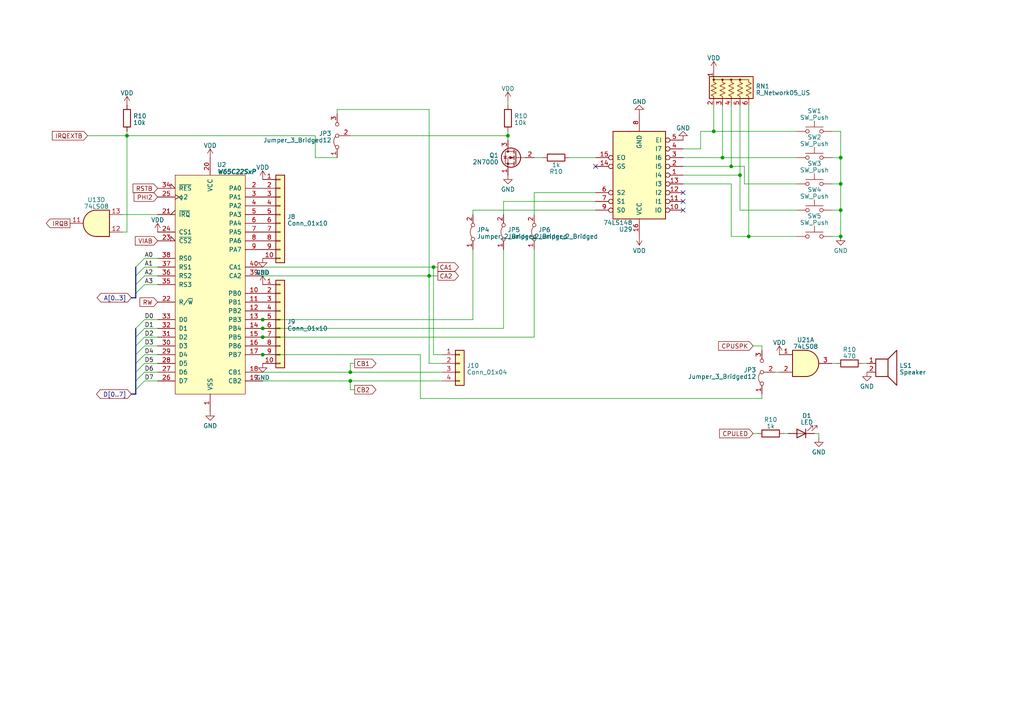
<source format=kicad_sch>
(kicad_sch (version 20230121) (generator eeschema)
  (paper "A4")
  (lib_symbols
    (symbol "65xx library:W65C22SxP" (pin_names (offset 1.016))
      (property "Reference" "U" (at -10.16 33.02 0))
      (property "Value" "W65C22SxP" (at 0 0 90))
      (symbol "W65C22SxP_0_1"
        (rectangle (start -10.16 31.75) (end 10.16 -31.75) (fill (type background)))
      )
      (symbol "W65C22SxP_1_1"
        (pin power_in line (at 0 -36.83 90) (length 5.08) (name "VSS") (number "1"))
        (pin bidirectional line (at 15.24 -2.54 180) (length 5.08) (name "PB0") (number "10"))
        (pin bidirectional line (at 15.24 -5.08 180) (length 5.08) (name "PB1") (number "11"))
        (pin bidirectional line (at 15.24 -7.62 180) (length 5.08) (name "PB2") (number "12"))
        (pin bidirectional line (at 15.24 -10.16 180) (length 5.08) (name "PB3") (number "13"))
        (pin bidirectional line (at 15.24 -12.7 180) (length 5.08) (name "PB4") (number "14"))
        (pin bidirectional line (at 15.24 -15.24 180) (length 5.08) (name "PB5") (number "15"))
        (pin bidirectional line (at 15.24 -17.78 180) (length 5.08) (name "PB6") (number "16"))
        (pin bidirectional line (at 15.24 -20.32 180) (length 5.08) (name "PB7") (number "17"))
        (pin input line (at 15.24 -25.4 180) (length 5.08) (name "CB1") (number "18"))
        (pin bidirectional line (at 15.24 -27.94 180) (length 5.08) (name "CB2") (number "19"))
        (pin bidirectional line (at 15.24 27.94 180) (length 5.08) (name "PA0") (number "2"))
        (pin power_in line (at 0 36.83 270) (length 5.08) (name "VCC") (number "20"))
        (pin output output_low (at -15.24 20.32 0) (length 5.08) (name "~{IRQ}") (number "21"))
        (pin input line (at -15.24 -5.08 0) (length 5.08) (name "R/~{W}") (number "22"))
        (pin input input_low (at -15.24 12.7 0) (length 5.08) (name "~{CS2}") (number "23"))
        (pin input line (at -15.24 15.24 0) (length 5.08) (name "CS1") (number "24"))
        (pin input clock (at -15.24 25.4 0) (length 5.08) (name "ϕ2") (number "25"))
        (pin bidirectional line (at -15.24 -27.94 0) (length 5.08) (name "D7") (number "26"))
        (pin bidirectional line (at -15.24 -25.4 0) (length 5.08) (name "D6") (number "27"))
        (pin bidirectional line (at -15.24 -22.86 0) (length 5.08) (name "D5") (number "28"))
        (pin bidirectional line (at -15.24 -20.32 0) (length 5.08) (name "D4") (number "29"))
        (pin bidirectional line (at 15.24 25.4 180) (length 5.08) (name "PA1") (number "3"))
        (pin bidirectional line (at -15.24 -17.78 0) (length 5.08) (name "D3") (number "30"))
        (pin bidirectional line (at -15.24 -15.24 0) (length 5.08) (name "D2") (number "31"))
        (pin bidirectional line (at -15.24 -12.7 0) (length 5.08) (name "D1") (number "32"))
        (pin bidirectional line (at -15.24 -10.16 0) (length 5.08) (name "D0") (number "33"))
        (pin input input_low (at -15.24 27.94 0) (length 5.08) (name "~{RES}") (number "34"))
        (pin input line (at -15.24 0 0) (length 5.08) (name "RS3") (number "35"))
        (pin input line (at -15.24 2.54 0) (length 5.08) (name "RS2") (number "36"))
        (pin input line (at -15.24 5.08 0) (length 5.08) (name "RS1") (number "37"))
        (pin input line (at -15.24 7.62 0) (length 5.08) (name "RS0") (number "38"))
        (pin bidirectional line (at 15.24 2.54 180) (length 5.08) (name "CA2") (number "39"))
        (pin bidirectional line (at 15.24 22.86 180) (length 5.08) (name "PA2") (number "4"))
        (pin input line (at 15.24 5.08 180) (length 5.08) (name "CA1") (number "40"))
        (pin bidirectional line (at 15.24 20.32 180) (length 5.08) (name "PA3") (number "5"))
        (pin bidirectional line (at 15.24 17.78 180) (length 5.08) (name "PA4") (number "6"))
        (pin bidirectional line (at 15.24 15.24 180) (length 5.08) (name "PA5") (number "7"))
        (pin bidirectional line (at 15.24 12.7 180) (length 5.08) (name "PA6") (number "8"))
        (pin bidirectional line (at 15.24 10.16 180) (length 5.08) (name "PA7") (number "9"))
      )
    )
    (symbol "74xx:74LS08" (pin_names (offset 1.016))
      (property "Reference" "U" (at 0 1.27 0))
      (property "Value" "74LS08" (at 0 -1.27 0))
      (symbol "74LS08_1_1"
        (arc (start 0 -3.81) (mid 3.7934 0) (end 0 3.81) (stroke (width 0.254)) (fill (type background)))
        (polyline (pts (xy 0 3.81) (xy -3.81 3.81) (xy -3.81 -3.81) (xy 0 -3.81)) (stroke (width 0.254)) (fill (type background)))
        (pin input line (at -7.62 2.54 0) (length 3.81) (name "~") (number "1"))
        (pin input line (at -7.62 -2.54 0) (length 3.81) (name "~") (number "2"))
        (pin output line (at 7.62 0 180) (length 3.81) (name "~") (number "3"))
      )
      (symbol "74LS08_1_2"
        (arc (start -3.81 -3.81) (mid -2.589 0) (end -3.81 3.81) (stroke (width 0.254)))
        (arc (start -0.6096 -3.81) (mid 2.1842 -2.5851) (end 3.81 0) (stroke (width 0.254)) (fill (type background)))
        (polyline (pts (xy -3.81 -3.81) (xy -0.635 -3.81)) (stroke (width 0.254)) (fill (type background)))
        (polyline (pts (xy -3.81 3.81) (xy -0.635 3.81)) (stroke (width 0.254)) (fill (type background)))
        (polyline (pts (xy -0.635 3.81) (xy -3.81 3.81) (xy -3.81 3.81) (xy -3.556 3.4036) (xy -3.0226 2.2606) (xy -2.6924 1.0414) (xy -2.6162 -0.254) (xy -2.7686 -1.4986) (xy -3.175 -2.7178) (xy -3.81 -3.81) (xy -3.81 -3.81) (xy -0.635 -3.81)) (stroke (width -25.4)) (fill (type background)))
        (arc (start 3.81 0) (mid 2.1915 2.5936) (end -0.6096 3.81) (stroke (width 0.254)) (fill (type background)))
        (pin input inverted (at -7.62 2.54 0) (length 4.318) (name "~") (number "1"))
        (pin input inverted (at -7.62 -2.54 0) (length 4.318) (name "~") (number "2"))
        (pin output inverted (at 7.62 0 180) (length 3.81) (name "~") (number "3"))
      )
      (symbol "74LS08_2_1"
        (arc (start 0 -3.81) (mid 3.7934 0) (end 0 3.81) (stroke (width 0.254)) (fill (type background)))
        (polyline (pts (xy 0 3.81) (xy -3.81 3.81) (xy -3.81 -3.81) (xy 0 -3.81)) (stroke (width 0.254)) (fill (type background)))
        (pin input line (at -7.62 2.54 0) (length 3.81) (name "~") (number "4"))
        (pin input line (at -7.62 -2.54 0) (length 3.81) (name "~") (number "5"))
        (pin output line (at 7.62 0 180) (length 3.81) (name "~") (number "6"))
      )
      (symbol "74LS08_2_2"
        (arc (start -3.81 -3.81) (mid -2.589 0) (end -3.81 3.81) (stroke (width 0.254)))
        (arc (start -0.6096 -3.81) (mid 2.1842 -2.5851) (end 3.81 0) (stroke (width 0.254)) (fill (type background)))
        (polyline (pts (xy -3.81 -3.81) (xy -0.635 -3.81)) (stroke (width 0.254)) (fill (type background)))
        (polyline (pts (xy -3.81 3.81) (xy -0.635 3.81)) (stroke (width 0.254)) (fill (type background)))
        (polyline (pts (xy -0.635 3.81) (xy -3.81 3.81) (xy -3.81 3.81) (xy -3.556 3.4036) (xy -3.0226 2.2606) (xy -2.6924 1.0414) (xy -2.6162 -0.254) (xy -2.7686 -1.4986) (xy -3.175 -2.7178) (xy -3.81 -3.81) (xy -3.81 -3.81) (xy -0.635 -3.81)) (stroke (width -25.4)) (fill (type background)))
        (arc (start 3.81 0) (mid 2.1915 2.5936) (end -0.6096 3.81) (stroke (width 0.254)) (fill (type background)))
        (pin input inverted (at -7.62 2.54 0) (length 4.318) (name "~") (number "4"))
        (pin input inverted (at -7.62 -2.54 0) (length 4.318) (name "~") (number "5"))
        (pin output inverted (at 7.62 0 180) (length 3.81) (name "~") (number "6"))
      )
      (symbol "74LS08_3_1"
        (arc (start 0 -3.81) (mid 3.7934 0) (end 0 3.81) (stroke (width 0.254)) (fill (type background)))
        (polyline (pts (xy 0 3.81) (xy -3.81 3.81) (xy -3.81 -3.81) (xy 0 -3.81)) (stroke (width 0.254)) (fill (type background)))
        (pin input line (at -7.62 -2.54 0) (length 3.81) (name "~") (number "10"))
        (pin output line (at 7.62 0 180) (length 3.81) (name "~") (number "8"))
        (pin input line (at -7.62 2.54 0) (length 3.81) (name "~") (number "9"))
      )
      (symbol "74LS08_3_2"
        (arc (start -3.81 -3.81) (mid -2.589 0) (end -3.81 3.81) (stroke (width 0.254)))
        (arc (start -0.6096 -3.81) (mid 2.1842 -2.5851) (end 3.81 0) (stroke (width 0.254)) (fill (type background)))
        (polyline (pts (xy -3.81 -3.81) (xy -0.635 -3.81)) (stroke (width 0.254)) (fill (type background)))
        (polyline (pts (xy -3.81 3.81) (xy -0.635 3.81)) (stroke (width 0.254)) (fill (type background)))
        (polyline (pts (xy -0.635 3.81) (xy -3.81 3.81) (xy -3.81 3.81) (xy -3.556 3.4036) (xy -3.0226 2.2606) (xy -2.6924 1.0414) (xy -2.6162 -0.254) (xy -2.7686 -1.4986) (xy -3.175 -2.7178) (xy -3.81 -3.81) (xy -3.81 -3.81) (xy -0.635 -3.81)) (stroke (width -25.4)) (fill (type background)))
        (arc (start 3.81 0) (mid 2.1915 2.5936) (end -0.6096 3.81) (stroke (width 0.254)) (fill (type background)))
        (pin input inverted (at -7.62 -2.54 0) (length 4.318) (name "~") (number "10"))
        (pin output inverted (at 7.62 0 180) (length 3.81) (name "~") (number "8"))
        (pin input inverted (at -7.62 2.54 0) (length 4.318) (name "~") (number "9"))
      )
      (symbol "74LS08_4_1"
        (arc (start 0 -3.81) (mid 3.7934 0) (end 0 3.81) (stroke (width 0.254)) (fill (type background)))
        (polyline (pts (xy 0 3.81) (xy -3.81 3.81) (xy -3.81 -3.81) (xy 0 -3.81)) (stroke (width 0.254)) (fill (type background)))
        (pin output line (at 7.62 0 180) (length 3.81) (name "~") (number "11"))
        (pin input line (at -7.62 2.54 0) (length 3.81) (name "~") (number "12"))
        (pin input line (at -7.62 -2.54 0) (length 3.81) (name "~") (number "13"))
      )
      (symbol "74LS08_4_2"
        (arc (start -3.81 -3.81) (mid -2.589 0) (end -3.81 3.81) (stroke (width 0.254)))
        (arc (start -0.6096 -3.81) (mid 2.1842 -2.5851) (end 3.81 0) (stroke (width 0.254)) (fill (type background)))
        (polyline (pts (xy -3.81 -3.81) (xy -0.635 -3.81)) (stroke (width 0.254)) (fill (type background)))
        (polyline (pts (xy -3.81 3.81) (xy -0.635 3.81)) (stroke (width 0.254)) (fill (type background)))
        (polyline (pts (xy -0.635 3.81) (xy -3.81 3.81) (xy -3.81 3.81) (xy -3.556 3.4036) (xy -3.0226 2.2606) (xy -2.6924 1.0414) (xy -2.6162 -0.254) (xy -2.7686 -1.4986) (xy -3.175 -2.7178) (xy -3.81 -3.81) (xy -3.81 -3.81) (xy -0.635 -3.81)) (stroke (width -25.4)) (fill (type background)))
        (arc (start 3.81 0) (mid 2.1915 2.5936) (end -0.6096 3.81) (stroke (width 0.254)) (fill (type background)))
        (pin output inverted (at 7.62 0 180) (length 3.81) (name "~") (number "11"))
        (pin input inverted (at -7.62 2.54 0) (length 4.318) (name "~") (number "12"))
        (pin input inverted (at -7.62 -2.54 0) (length 4.318) (name "~") (number "13"))
      )
      (symbol "74LS08_5_0"
        (pin power_in line (at 0 12.7 270) (length 5.08) (name "VCC") (number "14"))
        (pin power_in line (at 0 -12.7 90) (length 5.08) (name "GND") (number "7"))
      )
      (symbol "74LS08_5_1"
        (rectangle (start -5.08 7.62) (end 5.08 -7.62) (stroke (width 0.254)) (fill (type background)))
      )
    )
    (symbol "74xx:74LS148" (pin_names (offset 1.016))
      (property "Reference" "U" (at -7.62 13.97 0))
      (property "Value" "74LS148" (at -7.62 -13.97 0))
      (symbol "74LS148_1_0"
        (pin input inverted (at -12.7 0 0) (length 5.08) (name "I4") (number "1"))
        (pin input inverted (at -12.7 10.16 0) (length 5.08) (name "IO") (number "10"))
        (pin input inverted (at -12.7 7.62 0) (length 5.08) (name "I1") (number "11"))
        (pin input inverted (at -12.7 5.08 0) (length 5.08) (name "I2") (number "12"))
        (pin input inverted (at -12.7 2.54 0) (length 5.08) (name "I3") (number "13"))
        (pin output inverted (at 12.7 -2.54 180) (length 5.08) (name "GS") (number "14"))
        (pin output inverted (at 12.7 -5.08 180) (length 5.08) (name "EO") (number "15"))
        (pin power_in line (at 0 17.78 270) (length 5.08) (name "VCC") (number "16"))
        (pin input inverted (at -12.7 -2.54 0) (length 5.08) (name "I5") (number "2"))
        (pin input inverted (at -12.7 -5.08 0) (length 5.08) (name "I6") (number "3"))
        (pin input inverted (at -12.7 -7.62 0) (length 5.08) (name "I7") (number "4"))
        (pin input inverted (at -12.7 -10.16 0) (length 5.08) (name "EI") (number "5"))
        (pin output inverted (at 12.7 5.08 180) (length 5.08) (name "S2") (number "6"))
        (pin output inverted (at 12.7 7.62 180) (length 5.08) (name "S1") (number "7"))
        (pin power_in line (at 0 -17.78 90) (length 5.08) (name "GND") (number "8"))
        (pin output inverted (at 12.7 10.16 180) (length 5.08) (name "S0") (number "9"))
      )
      (symbol "74LS148_1_1"
        (rectangle (start -7.62 12.7) (end 7.62 -12.7) (stroke (width 0.254)) (fill (type background)))
      )
    )
    (symbol "Connector_Generic:Conn_01x04" (pin_names (offset 1.016) hide)
      (property "Reference" "J" (at 0 5.08 0))
      (property "Value" "Conn_01x04" (at 0 -7.62 0))
      (symbol "Conn_01x04_1_1"
        (rectangle (start -1.27 -4.953) (end 0 -5.207) (stroke (width 0.1524)))
        (rectangle (start -1.27 -2.413) (end 0 -2.667) (stroke (width 0.1524)))
        (rectangle (start -1.27 0.127) (end 0 -0.127) (stroke (width 0.1524)))
        (rectangle (start -1.27 2.667) (end 0 2.413) (stroke (width 0.1524)))
        (rectangle (start -1.27 3.81) (end 1.27 -6.35) (stroke (width 0.254)) (fill (type background)))
        (pin passive line (at -5.08 2.54 0) (length 3.81) (name "Pin_1") (number "1"))
        (pin passive line (at -5.08 0 0) (length 3.81) (name "Pin_2") (number "2"))
        (pin passive line (at -5.08 -2.54 0) (length 3.81) (name "Pin_3") (number "3"))
        (pin passive line (at -5.08 -5.08 0) (length 3.81) (name "Pin_4") (number "4"))
      )
    )
    (symbol "Connector_Generic:Conn_01x10" (pin_names (offset 1.016) hide)
      (property "Reference" "J" (at 0 12.7 0))
      (property "Value" "Conn_01x10" (at 0 -15.24 0))
      (symbol "Conn_01x10_1_1"
        (rectangle (start -1.27 -12.573) (end 0 -12.827) (stroke (width 0.1524)))
        (rectangle (start -1.27 -10.033) (end 0 -10.287) (stroke (width 0.1524)))
        (rectangle (start -1.27 -7.493) (end 0 -7.747) (stroke (width 0.1524)))
        (rectangle (start -1.27 -4.953) (end 0 -5.207) (stroke (width 0.1524)))
        (rectangle (start -1.27 -2.413) (end 0 -2.667) (stroke (width 0.1524)))
        (rectangle (start -1.27 0.127) (end 0 -0.127) (stroke (width 0.1524)))
        (rectangle (start -1.27 2.667) (end 0 2.413) (stroke (width 0.1524)))
        (rectangle (start -1.27 5.207) (end 0 4.953) (stroke (width 0.1524)))
        (rectangle (start -1.27 7.747) (end 0 7.493) (stroke (width 0.1524)))
        (rectangle (start -1.27 10.287) (end 0 10.033) (stroke (width 0.1524)))
        (rectangle (start -1.27 11.43) (end 1.27 -13.97) (stroke (width 0.254)) (fill (type background)))
        (pin passive line (at -5.08 10.16 0) (length 3.81) (name "Pin_1") (number "1"))
        (pin passive line (at -5.08 -12.7 0) (length 3.81) (name "Pin_10") (number "10"))
        (pin passive line (at -5.08 7.62 0) (length 3.81) (name "Pin_2") (number "2"))
        (pin passive line (at -5.08 5.08 0) (length 3.81) (name "Pin_3") (number "3"))
        (pin passive line (at -5.08 2.54 0) (length 3.81) (name "Pin_4") (number "4"))
        (pin passive line (at -5.08 0 0) (length 3.81) (name "Pin_5") (number "5"))
        (pin passive line (at -5.08 -2.54 0) (length 3.81) (name "Pin_6") (number "6"))
        (pin passive line (at -5.08 -5.08 0) (length 3.81) (name "Pin_7") (number "7"))
        (pin passive line (at -5.08 -7.62 0) (length 3.81) (name "Pin_8") (number "8"))
        (pin passive line (at -5.08 -10.16 0) (length 3.81) (name "Pin_9") (number "9"))
      )
    )
    (symbol "Device:LED" (pin_numbers hide) (pin_names (offset 1.016) hide)
      (property "Reference" "D" (at 0 2.54 0))
      (property "Value" "LED" (at 0 -2.54 0))
      (symbol "LED_0_1"
        (polyline (pts (xy -1.27 -1.27) (xy -1.27 1.27)) (stroke (width 0.254)))
        (polyline (pts (xy -1.27 0) (xy 1.27 0)))
        (polyline (pts (xy 1.27 -1.27) (xy 1.27 1.27) (xy -1.27 0) (xy 1.27 -1.27)) (stroke (width 0.254)))
        (polyline (pts (xy -3.048 -0.762) (xy -4.572 -2.286) (xy -3.81 -2.286) (xy -4.572 -2.286) (xy -4.572 -1.524)))
        (polyline (pts (xy -1.778 -0.762) (xy -3.302 -2.286) (xy -2.54 -2.286) (xy -3.302 -2.286) (xy -3.302 -1.524)))
      )
      (symbol "LED_1_1"
        (pin passive line (at -3.81 0 0) (length 2.54) (name "K") (number "1"))
        (pin passive line (at 3.81 0 180) (length 2.54) (name "A") (number "2"))
      )
    )
    (symbol "Device:R" (pin_numbers hide) (pin_names (offset 0))
      (property "Reference" "R" (at 2.032 0 90))
      (property "Value" "R" (at 0 0 90))
      (symbol "R_0_1"
        (rectangle (start -1.016 -2.54) (end 1.016 2.54) (stroke (width 0.254)))
      )
      (symbol "R_1_1"
        (pin passive line (at 0 3.81 270) (length 1.27) (name "~") (number "1"))
        (pin passive line (at 0 -3.81 90) (length 1.27) (name "~") (number "2"))
      )
    )
    (symbol "Device:R_Network05_US" (pin_names (offset 0) hide)
      (property "Reference" "RN" (at -7.62 0 90))
      (property "Value" "R_Network05_US" (at 7.62 0 90))
      (symbol "R_Network05_US_0_1"
        (rectangle (start -6.35 -3.175) (end 6.35 3.175) (stroke (width 0.254)) (fill (type background)))
        (circle (center -5.08 2.286) (radius 0.254) (fill (type outline)))
        (circle (center -2.54 2.286) (radius 0.254) (fill (type outline)))
        (polyline (pts (xy -5.08 2.286) (xy 5.08 2.286)))
        (polyline (pts (xy -5.08 2.286) (xy -5.08 1.524) (xy -4.318 1.1684) (xy -5.842 0.508) (xy -4.318 -0.1524) (xy -5.842 -0.8382) (xy -4.318 -1.524) (xy -5.842 -2.1844) (xy -5.08 -2.54) (xy -5.08 -3.81)))
        (polyline (pts (xy -2.54 2.286) (xy -2.54 1.524) (xy -1.778 1.1684) (xy -3.302 0.508) (xy -1.778 -0.1524) (xy -3.302 -0.8382) (xy -1.778 -1.524) (xy -3.302 -2.1844) (xy -2.54 -2.54) (xy -2.54 -3.81)))
        (polyline (pts (xy 0 2.286) (xy 0 1.524) (xy 0.762 1.1684) (xy -0.762 0.508) (xy 0.762 -0.1524) (xy -0.762 -0.8382) (xy 0.762 -1.524) (xy -0.762 -2.1844) (xy 0 -2.54) (xy 0 -3.81)))
        (polyline (pts (xy 2.54 2.286) (xy 2.54 1.524) (xy 3.302 1.1684) (xy 1.778 0.508) (xy 3.302 -0.1524) (xy 1.778 -0.8382) (xy 3.302 -1.524) (xy 1.778 -2.1844) (xy 2.54 -2.54) (xy 2.54 -3.81)))
        (polyline (pts (xy 5.08 2.286) (xy 5.08 1.524) (xy 5.842 1.1684) (xy 4.318 0.508) (xy 5.842 -0.1524) (xy 4.318 -0.8382) (xy 5.842 -1.524) (xy 4.318 -2.1844) (xy 5.08 -2.54) (xy 5.08 -3.81)))
        (circle (center 0 2.286) (radius 0.254) (fill (type outline)))
        (circle (center 2.54 2.286) (radius 0.254) (fill (type outline)))
      )
      (symbol "R_Network05_US_1_1"
        (pin passive line (at -5.08 5.08 270) (length 2.54) (name "common") (number "1"))
        (pin passive line (at -5.08 -5.08 90) (length 1.27) (name "R1") (number "2"))
        (pin passive line (at -2.54 -5.08 90) (length 1.27) (name "R2") (number "3"))
        (pin passive line (at 0 -5.08 90) (length 1.27) (name "R3") (number "4"))
        (pin passive line (at 2.54 -5.08 90) (length 1.27) (name "R4") (number "5"))
        (pin passive line (at 5.08 -5.08 90) (length 1.27) (name "R5") (number "6"))
      )
    )
    (symbol "Device:Speaker" (pin_names (offset 0) hide)
      (property "Reference" "LS" (at 1.27 5.715 0))
      (property "Value" "Speaker" (at 1.27 3.81 0))
      (symbol "Speaker_0_0"
        (rectangle (start -2.54 1.27) (end 1.016 -3.81) (stroke (width 0.254)))
        (polyline (pts (xy 1.016 1.27) (xy 3.556 3.81) (xy 3.556 -6.35) (xy 1.016 -3.81)) (stroke (width 0.254)))
      )
      (symbol "Speaker_1_1"
        (pin input line (at -5.08 0 0) (length 2.54) (name "1") (number "1"))
        (pin input line (at -5.08 -2.54 0) (length 2.54) (name "2") (number "2"))
      )
    )
    (symbol "Jumper:Jumper_2_Bridged" (pin_names (offset 0) hide)
      (property "Reference" "JP" (at 0 1.905 0))
      (property "Value" "Jumper_2_Bridged" (at 0 -2.54 0))
      (symbol "Jumper_2_Bridged_0_0"
        (circle (center -2.032 0) (radius 0.508))
        (circle (center 2.032 0) (radius 0.508))
      )
      (symbol "Jumper_2_Bridged_0_1"
        (arc (start 1.524 0.254) (mid 0 0.762) (end -1.524 0.254))
      )
      (symbol "Jumper_2_Bridged_1_1"
        (pin passive line (at -5.08 0 0) (length 2.54) (name "A") (number "1"))
        (pin passive line (at 5.08 0 180) (length 2.54) (name "B") (number "2"))
      )
    )
    (symbol "Jumper:Jumper_3_Bridged12" (pin_names (offset 0) hide)
      (property "Reference" "JP" (at -2.54 -2.54 0))
      (property "Value" "Jumper_3_Bridged12" (at 0 2.794 0))
      (symbol "Jumper_3_Bridged12_0_0"
        (circle (center -3.302 0) (radius 0.508))
        (circle (center 0 0) (radius 0.508))
        (circle (center 3.302 0) (radius 0.508))
      )
      (symbol "Jumper_3_Bridged12_0_1"
        (arc (start -0.254 0.508) (mid -1.651 0.9912) (end -3.048 0.508))
        (polyline (pts (xy 0 -1.27) (xy 0 -0.508)))
      )
      (symbol "Jumper_3_Bridged12_1_1"
        (pin passive line (at -6.35 0 0) (length 2.54) (name "A") (number "1"))
        (pin passive line (at 0 -3.81 90) (length 2.54) (name "C") (number "2"))
        (pin passive line (at 6.35 0 180) (length 2.54) (name "B") (number "3"))
      )
    )
    (symbol "Switch:SW_Push" (pin_numbers hide) (pin_names (offset 1.016) hide)
      (property "Reference" "SW" (at 1.27 2.54 0))
      (property "Value" "SW_Push" (at 0 -1.524 0))
      (symbol "SW_Push_0_1"
        (circle (center -2.032 0) (radius 0.508))
        (polyline (pts (xy 0 1.27) (xy 0 3.048)))
        (polyline (pts (xy 2.54 1.27) (xy -2.54 1.27)))
        (circle (center 2.032 0) (radius 0.508))
        (pin passive line (at -5.08 0 0) (length 2.54) (name "1") (number "1"))
        (pin passive line (at 5.08 0 180) (length 2.54) (name "2") (number "2"))
      )
    )
    (symbol "Transistor_FET:2N7000" (pin_names hide)
      (property "Reference" "Q" (at 5.08 1.905 0))
      (property "Value" "2N7000" (at 5.08 0 0))
      (symbol "2N7000_0_1"
        (polyline (pts (xy 0.254 0) (xy -2.54 0)))
        (polyline (pts (xy 0.254 1.905) (xy 0.254 -1.905)) (stroke (width 0.254)))
        (polyline (pts (xy 0.762 -1.27) (xy 0.762 -2.286)) (stroke (width 0.254)))
        (polyline (pts (xy 0.762 0.508) (xy 0.762 -0.508)) (stroke (width 0.254)))
        (polyline (pts (xy 0.762 2.286) (xy 0.762 1.27)) (stroke (width 0.254)))
        (polyline (pts (xy 2.54 2.54) (xy 2.54 1.778)))
        (polyline (pts (xy 2.54 -2.54) (xy 2.54 0) (xy 0.762 0)))
        (polyline (pts (xy 0.762 -1.778) (xy 3.302 -1.778) (xy 3.302 1.778) (xy 0.762 1.778)))
        (polyline (pts (xy 1.016 0) (xy 2.032 0.381) (xy 2.032 -0.381) (xy 1.016 0)) (fill (type outline)))
        (polyline (pts (xy 2.794 0.508) (xy 2.921 0.381) (xy 3.683 0.381) (xy 3.81 0.254)))
        (polyline (pts (xy 3.302 0.381) (xy 2.921 -0.254) (xy 3.683 -0.254) (xy 3.302 0.381)))
        (circle (center 1.651 0) (radius 2.794) (stroke (width 0.254)))
        (circle (center 2.54 -1.778) (radius 0.254) (fill (type outline)))
        (circle (center 2.54 1.778) (radius 0.254) (fill (type outline)))
      )
      (symbol "2N7000_1_1"
        (pin passive line (at 2.54 -5.08 90) (length 2.54) (name "S") (number "1"))
        (pin input line (at -5.08 0 0) (length 2.54) (name "G") (number "2"))
        (pin passive line (at 2.54 5.08 270) (length 2.54) (name "D") (number "3"))
      )
    )
    (symbol "power:GND" (power) (pin_names (offset 0))
      (property "Value" "GND" (at 0 -3.81 0))
      (symbol "GND_0_1"
        (polyline (pts (xy 0 0) (xy 0 -1.27) (xy 1.27 -1.27) (xy 0 -2.54) (xy -1.27 -1.27) (xy 0 -1.27)))
      )
      (symbol "GND_1_1"
        (pin power_in line (at 0 0 270) (length 0) hide (name "GND") (number "1"))
      )
    )
    (symbol "power:VDD" (power) (pin_names (offset 0))
      (property "Value" "VDD" (at 0 3.81 0))
      (symbol "VDD_0_1"
        (polyline (pts (xy -0.762 1.27) (xy 0 2.54)))
        (polyline (pts (xy 0 0) (xy 0 2.54)))
        (polyline (pts (xy 0 2.54) (xy 0.762 1.27)))
      )
      (symbol "VDD_1_1"
        (pin power_in line (at 0 0 90) (length 0) hide (name "VDD") (number "1"))
      )
    )
  )
  (junction (at 147.32 39.37))
  (junction (at 243.84 68.58))
  (junction (at 212.09 48.26))
  (junction (at 217.17 68.58))
  (junction (at 243.84 60.96))
  (junction (at 76.2 97.79))
  (junction (at 207.01 38.1))
  (junction (at 214.63 50.8))
  (junction (at 36.83 39.37))
  (junction (at 243.84 45.72))
  (junction (at 76.2 95.25))
  (junction (at 125.73 77.47))
  (junction (at 243.84 53.34))
  (junction (at 101.6 107.95))
  (junction (at 124.46 80.01))
  (junction (at 101.6 110.49))
  (junction (at 209.55 45.72))
  (junction (at 76.2 92.71))
  (junction (at 76.2 102.87))
  (no_connect (at 198.12 55.88))
  (no_connect (at 198.12 60.96))
  (no_connect (at 198.12 58.42))
  (no_connect (at 172.72 48.26))
  (bus_entry (at 39.37 102.87) (size 2.54 -2.54))
  (bus_entry (at 39.37 80.01) (size 2.54 -2.54))
  (bus_entry (at 39.37 82.55) (size 2.54 -2.54))
  (bus_entry (at 39.37 107.95) (size 2.54 -2.54))
  (bus_entry (at 39.37 105.41) (size 2.54 -2.54))
  (bus_entry (at 39.37 77.47) (size 2.54 -2.54))
  (bus_entry (at 39.37 95.25) (size 2.54 -2.54))
  (bus_entry (at 39.37 110.49) (size 2.54 -2.54))
  (bus_entry (at 39.37 113.03) (size 2.54 -2.54))
  (bus_entry (at 39.37 97.79) (size 2.54 -2.54))
  (bus_entry (at 39.37 100.33) (size 2.54 -2.54))
  (bus_entry (at 39.37 85.09) (size 2.54 -2.54))
  (wire (pts (xy 220.98 115.57) (xy 220.98 114.3)))
  (bus (pts (xy 39.37 82.55) (xy 39.37 85.09)))
  (wire (pts (xy 212.09 30.48) (xy 212.09 48.26)))
  (wire (pts (xy 124.46 105.41) (xy 128.27 105.41)))
  (wire (pts (xy 203.2 43.18) (xy 203.2 38.1)))
  (wire (pts (xy 41.91 97.79) (xy 45.72 97.79)))
  (wire (pts (xy 241.3 53.34) (xy 243.84 53.34)))
  (wire (pts (xy 101.6 110.49) (xy 128.27 110.49)))
  (wire (pts (xy 124.46 105.41) (xy 124.46 80.01)))
  (wire (pts (xy 207.01 30.48) (xy 207.01 38.1)))
  (wire (pts (xy 236.22 125.73) (xy 237.49 125.73)))
  (wire (pts (xy 226.06 107.95) (xy 224.79 107.95)))
  (wire (pts (xy 242.57 105.41) (xy 241.3 105.41)))
  (wire (pts (xy 214.63 60.96) (xy 214.63 50.8)))
  (wire (pts (xy 41.91 74.93) (xy 45.72 74.93)))
  (bus (pts (xy 39.37 110.49) (xy 39.37 113.03)))
  (wire (pts (xy 147.32 39.37) (xy 147.32 40.64)))
  (wire (pts (xy 241.3 45.72) (xy 243.84 45.72)))
  (wire (pts (xy 218.44 125.73) (xy 219.71 125.73)))
  (wire (pts (xy 124.46 31.75) (xy 124.46 80.01)))
  (wire (pts (xy 36.83 39.37) (xy 36.83 67.31)))
  (wire (pts (xy 218.44 100.33) (xy 220.98 100.33)))
  (wire (pts (xy 214.63 60.96) (xy 231.14 60.96)))
  (wire (pts (xy 147.32 38.1) (xy 147.32 39.37)))
  (wire (pts (xy 36.83 38.1) (xy 36.83 39.37)))
  (wire (pts (xy 172.72 60.96) (xy 137.16 60.96)))
  (wire (pts (xy 198.12 43.18) (xy 203.2 43.18)))
  (wire (pts (xy 212.09 53.34) (xy 212.09 68.58)))
  (wire (pts (xy 121.92 102.87) (xy 121.92 115.57)))
  (wire (pts (xy 243.84 53.34) (xy 243.84 60.96)))
  (wire (pts (xy 147.32 39.37) (xy 101.6 39.37)))
  (wire (pts (xy 125.73 77.47) (xy 76.2 77.47)))
  (wire (pts (xy 101.6 113.03) (xy 102.87 113.03)))
  (wire (pts (xy 243.84 38.1) (xy 243.84 45.72)))
  (wire (pts (xy 125.73 102.87) (xy 128.27 102.87)))
  (wire (pts (xy 147.32 29.21) (xy 147.32 30.48)))
  (bus (pts (xy 39.37 113.03) (xy 39.37 114.3)))
  (wire (pts (xy 41.91 105.41) (xy 45.72 105.41)))
  (bus (pts (xy 39.37 107.95) (xy 39.37 110.49)))
  (wire (pts (xy 209.55 45.72) (xy 231.14 45.72)))
  (wire (pts (xy 198.12 53.34) (xy 212.09 53.34)))
  (wire (pts (xy 227.33 125.73) (xy 228.6 125.73)))
  (wire (pts (xy 212.09 68.58) (xy 217.17 68.58)))
  (wire (pts (xy 172.72 55.88) (xy 154.94 55.88)))
  (bus (pts (xy 39.37 77.47) (xy 39.37 80.01)))
  (bus (pts (xy 39.37 85.09) (xy 39.37 86.36)))
  (wire (pts (xy 35.56 62.23) (xy 45.72 62.23)))
  (wire (pts (xy 76.2 102.87) (xy 121.92 102.87)))
  (wire (pts (xy 157.48 45.72) (xy 154.94 45.72)))
  (wire (pts (xy 41.91 110.49) (xy 45.72 110.49)))
  (wire (pts (xy 124.46 80.01) (xy 127 80.01)))
  (bus (pts (xy 39.37 100.33) (xy 39.37 102.87)))
  (wire (pts (xy 91.44 39.37) (xy 36.83 39.37)))
  (wire (pts (xy 76.2 107.95) (xy 101.6 107.95)))
  (wire (pts (xy 146.05 58.42) (xy 146.05 62.23)))
  (wire (pts (xy 41.91 107.95) (xy 45.72 107.95)))
  (wire (pts (xy 102.87 105.41) (xy 101.6 105.41)))
  (wire (pts (xy 97.79 33.02) (xy 97.79 31.75)))
  (wire (pts (xy 41.91 80.01) (xy 45.72 80.01)))
  (wire (pts (xy 172.72 58.42) (xy 146.05 58.42)))
  (wire (pts (xy 41.91 100.33) (xy 45.72 100.33)))
  (bus (pts (xy 39.37 102.87) (xy 39.37 105.41)))
  (wire (pts (xy 137.16 92.71) (xy 137.16 72.39)))
  (bus (pts (xy 39.37 105.41) (xy 39.37 107.95)))
  (wire (pts (xy 101.6 105.41) (xy 101.6 107.95)))
  (bus (pts (xy 38.1 114.3) (xy 39.37 114.3)))
  (wire (pts (xy 124.46 80.01) (xy 76.2 80.01)))
  (wire (pts (xy 101.6 110.49) (xy 101.6 113.03)))
  (wire (pts (xy 243.84 68.58) (xy 241.3 68.58)))
  (wire (pts (xy 76.2 92.71) (xy 137.16 92.71)))
  (wire (pts (xy 35.56 67.31) (xy 36.83 67.31)))
  (wire (pts (xy 207.01 38.1) (xy 231.14 38.1)))
  (wire (pts (xy 76.2 110.49) (xy 101.6 110.49)))
  (wire (pts (xy 198.12 50.8) (xy 214.63 50.8)))
  (wire (pts (xy 243.84 60.96) (xy 243.84 68.58)))
  (wire (pts (xy 203.2 38.1) (xy 207.01 38.1)))
  (wire (pts (xy 137.16 60.96) (xy 137.16 62.23)))
  (wire (pts (xy 25.4 39.37) (xy 36.83 39.37)))
  (wire (pts (xy 220.98 100.33) (xy 220.98 101.6)))
  (wire (pts (xy 215.9 48.26) (xy 215.9 53.34)))
  (wire (pts (xy 91.44 39.37) (xy 91.44 45.72)))
  (wire (pts (xy 214.63 30.48) (xy 214.63 50.8)))
  (wire (pts (xy 217.17 68.58) (xy 231.14 68.58)))
  (wire (pts (xy 101.6 107.95) (xy 128.27 107.95)))
  (wire (pts (xy 251.46 105.41) (xy 250.19 105.41)))
  (wire (pts (xy 41.91 92.71) (xy 45.72 92.71)))
  (wire (pts (xy 217.17 30.48) (xy 217.17 68.58)))
  (wire (pts (xy 121.92 115.57) (xy 220.98 115.57)))
  (wire (pts (xy 97.79 31.75) (xy 124.46 31.75)))
  (wire (pts (xy 76.2 97.79) (xy 154.94 97.79)))
  (wire (pts (xy 212.09 48.26) (xy 215.9 48.26)))
  (bus (pts (xy 39.37 95.25) (xy 39.37 97.79)))
  (wire (pts (xy 154.94 97.79) (xy 154.94 72.39)))
  (wire (pts (xy 76.2 95.25) (xy 146.05 95.25)))
  (wire (pts (xy 154.94 55.88) (xy 154.94 62.23)))
  (wire (pts (xy 41.91 95.25) (xy 45.72 95.25)))
  (wire (pts (xy 41.91 82.55) (xy 45.72 82.55)))
  (wire (pts (xy 41.91 102.87) (xy 45.72 102.87)))
  (bus (pts (xy 38.1 86.36) (xy 39.37 86.36)))
  (wire (pts (xy 243.84 45.72) (xy 243.84 53.34)))
  (wire (pts (xy 91.44 45.72) (xy 97.79 45.72)))
  (wire (pts (xy 165.1 45.72) (xy 172.72 45.72)))
  (bus (pts (xy 39.37 97.79) (xy 39.37 100.33)))
  (wire (pts (xy 237.49 125.73) (xy 237.49 127)))
  (wire (pts (xy 125.73 77.47) (xy 127 77.47)))
  (wire (pts (xy 198.12 45.72) (xy 209.55 45.72)))
  (wire (pts (xy 241.3 60.96) (xy 243.84 60.96)))
  (wire (pts (xy 125.73 102.87) (xy 125.73 77.47)))
  (wire (pts (xy 198.12 48.26) (xy 212.09 48.26)))
  (wire (pts (xy 241.3 38.1) (xy 243.84 38.1)))
  (wire (pts (xy 41.91 77.47) (xy 45.72 77.47)))
  (wire (pts (xy 146.05 95.25) (xy 146.05 72.39)))
  (wire (pts (xy 209.55 30.48) (xy 209.55 45.72)))
  (bus (pts (xy 39.37 80.01) (xy 39.37 82.55)))
  (wire (pts (xy 215.9 53.34) (xy 231.14 53.34)))
  (label "A1" (at 41.91 77.47 0))
  (label "D5" (at 41.91 105.41 0))
  (label "D3" (at 41.91 100.33 0))
  (label "D0" (at 41.91 92.71 0))
  (label "A3" (at 41.91 82.55 0))
  (label "A2" (at 41.91 80.01 0))
  (label "D1" (at 41.91 95.25 0))
  (label "D6" (at 41.91 107.95 0))
  (label "D4" (at 41.91 102.87 0))
  (label "A0" (at 41.91 74.93 0))
  (label "D2" (at 41.91 97.79 0))
  (label "D7" (at 41.91 110.49 0))
  (global_label "A[0..3]" (shape bidirectional) (at 38.1 86.36 180) (property "Intersheetrefs" "${INTERSHEET_REFS}" (effects hide)))
  (global_label "RSTB" (shape input) (at 45.72 54.61 180) (property "Intersheetrefs" "${INTERSHEET_REFS}" (effects hide)))
  (global_label "RW" (shape input) (at 45.72 87.63 180) (property "Intersheetrefs" "${INTERSHEET_REFS}" (effects hide)))
  (global_label "IRQEXTB" (shape input) (at 25.4 39.37 180) (property "Intersheetrefs" "${INTERSHEET_REFS}" (effects hide)))
  (global_label "CPUSPK" (shape input) (at 218.44 100.33 180) (property "Intersheetrefs" "${INTERSHEET_REFS}" (effects hide)))
  (global_label "CB1" (shape output) (at 102.87 105.41 0) (property "Intersheetrefs" "${INTERSHEET_REFS}" (effects hide)))
  (global_label "D[0..7]" (shape bidirectional) (at 38.1 114.3 180) (property "Intersheetrefs" "${INTERSHEET_REFS}" (effects hide)))
  (global_label "CA1" (shape output) (at 127 77.47 0) (property "Intersheetrefs" "${INTERSHEET_REFS}" (effects hide)))
  (global_label "VIAB" (shape input) (at 45.72 69.85 180) (property "Intersheetrefs" "${INTERSHEET_REFS}" (effects hide)))
  (global_label "PHI2" (shape input) (at 45.72 57.15 180) (property "Intersheetrefs" "${INTERSHEET_REFS}" (effects hide)))
  (global_label "CPULED" (shape input) (at 218.44 125.73 180) (property "Intersheetrefs" "${INTERSHEET_REFS}" (effects hide)))
  (global_label "CB2" (shape output) (at 102.87 113.03 0) (property "Intersheetrefs" "${INTERSHEET_REFS}" (effects hide)))
  (global_label "CA2" (shape output) (at 127 80.01 0) (property "Intersheetrefs" "${INTERSHEET_REFS}" (effects hide)))
  (global_label "IRQB" (shape output) (at 20.32 64.77 180) (property "Intersheetrefs" "${INTERSHEET_REFS}" (effects hide)))
  (symbol (lib_id "Switch:SW_Push") (at 236.22 53.34 0) (unit 1)
    (property "Reference" "SW3" (at 236.22 47.4091 0))
    (property "Value" "SW_Push" (at 236.22 49.3301 0))
    (property "Footprint" "Button_Switch_THT:SW_PUSH_6mm" (effects hide))
  )
  (symbol (lib_id "74xx:74LS08") (at 233.68 105.41 0) (unit 1)
    (property "Reference" "U21" (at 233.6717 98.5901 0))
    (property "Value" "74LS08" (at 233.6717 100.5111 0))
    (property "Footprint" "Package_DIP:DIP-14_W7.62mm" (effects hide))
    (property "Datasheet" "http://www.ti.com/lit/gpn/sn74LS08" (effects hide))
  )
  (symbol (lib_id "Device:R") (at 36.83 34.29 0) (unit 1)
    (property "Reference" "R10" (at 38.608 33.6463 0) (effects (justify left)))
    (property "Value" "10k" (at 38.608 35.5673 0) (effects (justify left)))
    (property "Footprint" "Resistor_THT:R_Axial_DIN0207_L6.3mm_D2.5mm_P2.54mm_Vertical" (effects hide))
    (instances (project "EXP6502" (path "" (reference "R10") (unit 1)) (path "" (reference "R13") (unit 1))))
  )
  (symbol (lib_id "power:GND") (at 198.12 40.64 180) (unit 1)
    (property "Reference" "#PWR05" (effects hide))
    (property "Value" "GND" (at 198.12 37.1381 0))
    (instances (project "EXP6502" (path "" (reference "#PWR05") (unit 1)) (path "" (reference "#PWR092") (unit 1))))
  )
  (symbol (lib_id "65xx library:W65C22SxP") (at 60.96 82.55 0) (unit 1)
    (property "Reference" "U2" (at 62.9159 47.7695 0) (effects (justify left)))
    (property "Value" "W65C22SxP" (at 62.9159 49.8095 0) (effects (font bold italic) (justify left)))
    (property "Footprint" "Package_DIP:DIP-40_W15.24mm" (effects hide))
    (property "Datasheet" "http://www.westerndesigncenter.com/wdc/documentation/w65c22.pdf" (effects hide))
  )
  (symbol (lib_id "Jumper:Jumper_2_Bridged") (at 146.05 67.31 90) (unit 1)
    (property "Reference" "JP5" (at 147.193 66.6663 90) (effects (justify right)))
    (property "Value" "Jumper_2_Bridged" (at 147.193 68.5873 90) (effects (justify right)))
    (property "Footprint" "Connector_PinHeader_2.54mm:PinHeader_1x02_P2.54mm_Vertical" (effects hide))
  )
  (symbol (lib_id "Device:R") (at 161.29 45.72 270) (unit 1)
    (property "Reference" "R10" (at 161.29 49.7459 90))
    (property "Value" "1k" (at 161.29 47.8249 90))
    (property "Footprint" "Resistor_THT:R_Axial_DIN0207_L6.3mm_D2.5mm_P2.54mm_Vertical" (effects hide))
    (instances (project "EXP6502" (path "" (reference "R10") (unit 1)) (path "" (reference "R11") (unit 1))))
  )
  (symbol (lib_id "74xx:74LS148") (at 185.42 50.8 180) (unit 1)
    (property "Reference" "U29" (at 183.4641 66.5099 0) (effects (justify left)))
    (property "Value" "74LS148" (at 183.4641 64.5889 0) (effects (justify left)))
    (property "Footprint" "Package_DIP:DIP-16_W7.62mm" (effects hide))
    (property "Datasheet" "http://www.ti.com/lit/gpn/sn74LS148" (effects hide))
  )
  (symbol (lib_id "power:VDD") (at 60.96 45.72 0) (unit 1)
    (property "Reference" "#PWR01" (effects hide))
    (property "Value" "VDD" (at 60.96 42.2181 0))
    (instances (project "EXP6502" (path "" (reference "#PWR01") (unit 1)) (path "" (reference "#PWR09") (unit 1))))
  )
  (symbol (lib_id "Device:R") (at 147.32 34.29 0) (unit 1)
    (property "Reference" "R10" (at 149.098 33.6463 0) (effects (justify left)))
    (property "Value" "10k" (at 149.098 35.5673 0) (effects (justify left)))
    (property "Footprint" "Resistor_THT:R_Axial_DIN0207_L6.3mm_D2.5mm_P2.54mm_Vertical" (effects hide))
    (instances (project "EXP6502" (path "" (reference "R10") (unit 1)) (path "" (reference "R12") (unit 1))))
  )
  (symbol (lib_id "power:VDD") (at 36.83 30.48 0) (unit 1)
    (property "Reference" "#PWR01" (effects hide))
    (property "Value" "VDD" (at 36.83 26.9781 0))
    (instances (project "EXP6502" (path "" (reference "#PWR01") (unit 1)) (path "" (reference "#PWR097") (unit 1))))
  )
  (symbol (lib_id "Jumper:Jumper_2_Bridged") (at 137.16 67.31 90) (unit 1)
    (property "Reference" "JP4" (at 138.303 66.6663 90) (effects (justify right)))
    (property "Value" "Jumper_2_Bridged" (at 138.303 68.5873 90) (effects (justify right)))
    (property "Footprint" "Connector_PinHeader_2.54mm:PinHeader_1x02_P2.54mm_Vertical" (effects hide))
  )
  (symbol (lib_id "power:VDD") (at 147.32 29.21 0) (unit 1)
    (property "Reference" "#PWR01" (effects hide))
    (property "Value" "VDD" (at 147.32 25.7081 0))
    (instances (project "EXP6502" (path "" (reference "#PWR01") (unit 1)) (path "" (reference "#PWR096") (unit 1))))
  )
  (symbol (lib_id "power:GND") (at 237.49 127 0) (unit 1)
    (property "Reference" "#PWR05" (effects hide))
    (property "Value" "GND" (at 237.49 131.1355 0))
    (instances (project "EXP6502" (path "" (reference "#PWR05") (unit 1)) (path "" (reference "#PWR099") (unit 1))))
  )
  (symbol (lib_id "Switch:SW_Push") (at 236.22 38.1 0) (unit 1)
    (property "Reference" "SW1" (at 236.22 32.1691 0))
    (property "Value" "SW_Push" (at 236.22 34.0901 0))
    (property "Footprint" "Button_Switch_THT:SW_PUSH_6mm" (effects hide))
  )
  (symbol (lib_id "power:VDD") (at 226.06 102.87 0) (unit 1)
    (property "Reference" "#PWR01" (effects hide))
    (property "Value" "VDD" (at 226.06 99.3681 0))
    (instances (project "EXP6502" (path "" (reference "#PWR01") (unit 1)) (path "" (reference "#PWR055") (unit 1)) (path "" (reference "#PWR011") (unit 1)) (path "" (reference "#PWR017") (unit 1)) (path "" (reference "#PWR079") (unit 1))))
  )
  (symbol (lib_id "power:GND") (at 76.2 74.93 0) (unit 1)
    (property "Reference" "#PWR05" (effects hide))
    (property "Value" "GND" (at 76.2 79.0655 0))
    (instances (project "EXP6502" (path "" (reference "#PWR05") (unit 1)) (path "" (reference "#PWR085") (unit 1))))
  )
  (symbol (lib_id "power:GND") (at 243.84 68.58 0) (unit 1)
    (property "Reference" "#PWR05" (effects hide))
    (property "Value" "GND" (at 243.84 72.7155 0))
    (instances (project "EXP6502" (path "" (reference "#PWR05") (unit 1)) (path "" (reference "#PWR060") (unit 1))))
  )
  (symbol (lib_id "Connector_Generic:Conn_01x10") (at 81.28 62.23 0) (unit 1)
    (property "Reference" "J8" (at 83.312 62.8563 0) (effects (justify left)))
    (property "Value" "Conn_01x10" (at 83.312 64.7773 0) (effects (justify left)))
    (property "Footprint" "Connector_PinSocket_2.54mm:PinSocket_1x10_P2.54mm_Vertical" (effects hide))
  )
  (symbol (lib_id "Switch:SW_Push") (at 236.22 60.96 0) (unit 1)
    (property "Reference" "SW4" (at 236.22 55.0291 0))
    (property "Value" "SW_Push" (at 236.22 56.9501 0))
    (property "Footprint" "Button_Switch_THT:SW_PUSH_6mm" (effects hide))
  )
  (symbol (lib_id "Switch:SW_Push") (at 236.22 45.72 0) (unit 1)
    (property "Reference" "SW2" (at 236.22 39.7891 0))
    (property "Value" "SW_Push" (at 236.22 41.7101 0))
    (property "Footprint" "Button_Switch_THT:SW_PUSH_6mm" (effects hide))
  )
  (symbol (lib_id "Connector_Generic:Conn_01x10") (at 81.28 92.71 0) (unit 1)
    (property "Reference" "J9" (at 83.312 93.3363 0) (effects (justify left)))
    (property "Value" "Conn_01x10" (at 83.312 95.2573 0) (effects (justify left)))
    (property "Footprint" "Connector_PinSocket_2.54mm:PinSocket_1x10_P2.54mm_Vertical" (effects hide))
  )
  (symbol (lib_id "Transistor_FET:2N7000") (at 149.86 45.72 0) (mirror y) (unit 1)
    (property "Reference" "Q1" (at 144.653 45.0763 0) (effects (justify left)))
    (property "Value" "2N7000" (at 144.653 46.9973 0) (effects (justify left)))
    (property "Footprint" "Package_TO_SOT_THT:TO-92_Inline" (effects hide))
    (property "Datasheet" "https://www.vishay.com/docs/70226/70226.pdf" (effects hide))
    (instances (project "EXP6502" (path "" (reference "Q1") (unit 1)) (path "" (reference "Q2") (unit 1))))
  )
  (symbol (lib_id "Device:LED") (at 232.41 125.73 180) (unit 1)
    (property "Reference" "D1" (at 233.9975 120.5611 0))
    (property "Value" "LED" (at 233.9975 122.4821 0))
    (property "Footprint" "LED_THT:LED_D3.0mm" (effects hide))
  )
  (symbol (lib_id "Device:R_Network05_US") (at 212.09 25.4 0) (unit 1)
    (property "Reference" "RN1" (at 219.202 25.0103 0) (effects (justify left)))
    (property "Value" "R_Network05_US" (at 219.202 26.9313 0) (effects (justify left)))
    (property "Footprint" "Resistor_THT:R_Array_SIP6" (effects hide))
    (property "Datasheet" "http://www.vishay.com/docs/31509/csc.pdf" (effects hide))
  )
  (symbol (lib_id "power:VDD") (at 76.2 52.07 0) (unit 1)
    (property "Reference" "#PWR01" (effects hide))
    (property "Value" "VDD" (at 76.2 48.5681 0))
    (instances (project "EXP6502" (path "" (reference "#PWR01") (unit 1)) (path "" (reference "#PWR086") (unit 1))))
  )
  (symbol (lib_id "power:GND") (at 60.96 119.38 0) (unit 1)
    (property "Reference" "#PWR05" (effects hide))
    (property "Value" "GND" (at 60.96 123.5155 0))
    (instances (project "EXP6502" (path "" (reference "#PWR05") (unit 1)) (path "" (reference "#PWR010") (unit 1))))
  )
  (symbol (lib_id "power:VDD") (at 207.01 20.32 0) (unit 1)
    (property "Reference" "#PWR01" (effects hide))
    (property "Value" "VDD" (at 207.01 16.8181 0))
    (instances (project "EXP6502" (path "" (reference "#PWR01") (unit 1)) (path "" (reference "#PWR059") (unit 1))))
  )
  (symbol (lib_id "power:VDD") (at 45.72 67.31 0) (unit 1)
    (property "Reference" "#PWR01" (effects hide))
    (property "Value" "VDD" (at 45.72 63.8081 0))
    (instances (project "EXP6502" (path "" (reference "#PWR01") (unit 1)) (path "" (reference "#PWR054") (unit 1))))
  )
  (symbol (lib_id "Switch:SW_Push") (at 236.22 68.58 0) (unit 1)
    (property "Reference" "SW5" (at 236.22 62.6491 0))
    (property "Value" "SW_Push" (at 236.22 64.5701 0))
    (property "Footprint" "Button_Switch_THT:SW_PUSH_6mm" (effects hide))
  )
  (symbol (lib_id "power:VDD") (at 76.2 82.55 0) (unit 1)
    (property "Reference" "#PWR01" (effects hide))
    (property "Value" "VDD" (at 76.2 79.0481 0))
    (instances (project "EXP6502" (path "" (reference "#PWR01") (unit 1)) (path "" (reference "#PWR087") (unit 1))))
  )
  (symbol (lib_id "Device:R") (at 223.52 125.73 270) (unit 1)
    (property "Reference" "R10" (at 223.52 121.7041 90))
    (property "Value" "1k" (at 223.52 123.6251 90))
    (property "Footprint" "Resistor_THT:R_Axial_DIN0207_L6.3mm_D2.5mm_P2.54mm_Vertical" (effects hide))
    (instances (project "EXP6502" (path "" (reference "R10") (unit 1)) (path "" (reference "R6") (unit 1))))
  )
  (symbol (lib_id "Jumper:Jumper_3_Bridged12") (at 220.98 107.95 90) (unit 1)
    (property "Reference" "JP3" (at 219.3538 107.3063 90) (effects (justify left)))
    (property "Value" "Jumper_3_Bridged12" (at 219.3538 109.2273 90) (effects (justify left)))
    (property "Footprint" "Connector_PinHeader_2.54mm:PinHeader_1x03_P2.54mm_Vertical" (effects hide))
    (instances (project "EXP6502" (path "" (reference "JP3") (unit 1)) (path "" (reference "JP8") (unit 1))))
  )
  (symbol (lib_id "power:GND") (at 251.46 107.95 0) (unit 1)
    (property "Reference" "#PWR05" (effects hide))
    (property "Value" "GND" (at 251.46 112.0855 0))
    (instances (project "EXP6502" (path "" (reference "#PWR05") (unit 1)) (path "" (reference "#PWR098") (unit 1))))
  )
  (symbol (lib_id "power:VDD") (at 185.42 68.58 180) (unit 1)
    (property "Reference" "#PWR01" (effects hide))
    (property "Value" "VDD" (at 185.42 72.7155 0))
    (instances (project "EXP6502" (path "" (reference "#PWR01") (unit 1)) (path "" (reference "#PWR094") (unit 1))))
  )
  (symbol (lib_id "Jumper:Jumper_2_Bridged") (at 154.94 67.31 90) (unit 1)
    (property "Reference" "JP6" (at 156.083 66.6663 90) (effects (justify right)))
    (property "Value" "Jumper_2_Bridged" (at 156.083 68.5873 90) (effects (justify right)))
    (property "Footprint" "Connector_PinHeader_2.54mm:PinHeader_1x02_P2.54mm_Vertical" (effects hide))
  )
  (symbol (lib_id "power:GND") (at 147.32 50.8 0) (unit 1)
    (property "Reference" "#PWR05" (effects hide))
    (property "Value" "GND" (at 147.32 54.9355 0))
    (instances (project "EXP6502" (path "" (reference "#PWR05") (unit 1)) (path "" (reference "#PWR095") (unit 1))))
  )
  (symbol (lib_id "Connector_Generic:Conn_01x04") (at 133.35 105.41 0) (unit 1)
    (property "Reference" "J10" (at 135.382 106.0363 0) (effects (justify left)))
    (property "Value" "Conn_01x04" (at 135.382 107.9573 0) (effects (justify left)))
    (property "Footprint" "Connector_PinSocket_2.54mm:PinSocket_1x04_P2.54mm_Vertical" (effects hide))
  )
  (symbol (lib_id "Device:Speaker") (at 256.54 105.41 0) (unit 1)
    (property "Reference" "LS1" (at 260.858 106.0363 0) (effects (justify left)))
    (property "Value" "Speaker" (at 260.858 107.9573 0) (effects (justify left)))
    (property "Footprint" "Buzzer_Beeper:Buzzer_15x7.5RM7.6" (effects hide))
  )
  (symbol (lib_id "power:GND") (at 76.2 105.41 0) (unit 1)
    (property "Reference" "#PWR05" (effects hide))
    (property "Value" "GND" (at 76.2 109.5455 0))
    (instances (project "EXP6502" (path "" (reference "#PWR05") (unit 1)) (path "" (reference "#PWR084") (unit 1))))
  )
  (symbol (lib_id "power:GND") (at 185.42 33.02 180) (unit 1)
    (property "Reference" "#PWR05" (effects hide))
    (property "Value" "GND" (at 185.42 29.5181 0))
    (instances (project "EXP6502" (path "" (reference "#PWR05") (unit 1)) (path "" (reference "#PWR093") (unit 1))))
  )
  (symbol (lib_id "74xx:74LS08") (at 27.94 64.77 180) (unit 4)
    (property "Reference" "U13" (at 27.9483 57.9501 0))
    (property "Value" "74LS08" (at 27.9483 59.8711 0))
    (property "Footprint" "Package_DIP:DIP-14_W7.62mm" (effects hide))
    (property "Datasheet" "http://www.ti.com/lit/gpn/sn74LS08" (effects hide))
  )
  (symbol (lib_id "Device:R") (at 246.38 105.41 270) (unit 1)
    (property "Reference" "R10" (at 246.38 101.3841 90))
    (property "Value" "470" (at 246.38 103.3051 90))
    (property "Footprint" "Resistor_THT:R_Axial_DIN0207_L6.3mm_D2.5mm_P2.54mm_Vertical" (effects hide))
    (instances (project "EXP6502" (path "" (reference "R10") (unit 1)) (path "" (reference "R5") (unit 1))))
  )
  (symbol (lib_id "Jumper:Jumper_3_Bridged12") (at 97.79 39.37 90) (unit 1)
    (property "Reference" "JP3" (at 96.1638 38.7263 90) (effects (justify left)))
    (property "Value" "Jumper_3_Bridged12" (at 96.1638 40.6473 90) (effects (justify left)))
    (property "Footprint" "Connector_PinHeader_2.54mm:PinHeader_1x03_P2.54mm_Vertical" (effects hide))
    (instances (project "EXP6502" (path "" (reference "JP3") (unit 1)) (path "" (reference "JP7") (unit 1))))
  )
)
</source>
